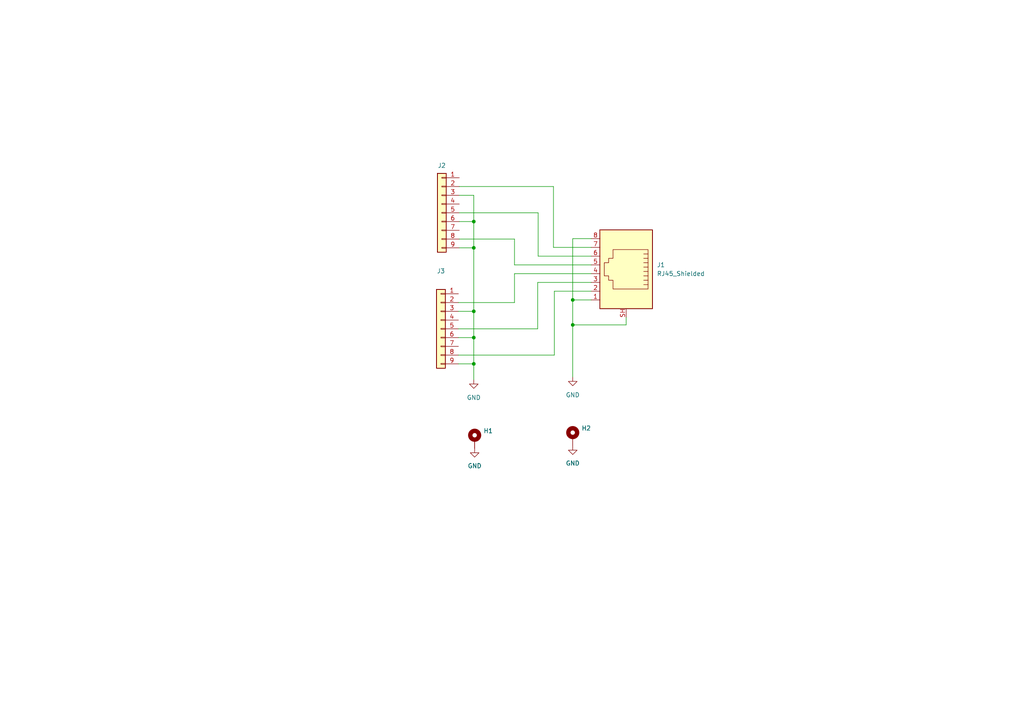
<source format=kicad_sch>
(kicad_sch (version 20230121) (generator eeschema)
  (paper "A4")
  (title_block (title "m0xpd PATCH RJ45 Board") (comment 1 "Published under CC BY-SA 4.0 License") (comment 2 "See: https://github.com/m0xpd/PATCH"))
  (lib_symbols
    (symbol "Connector:RJ45_Shielded" (pin_names (offset 1.016))
      (property "Reference" "J" (at -5.08 13.97 0))
      (property "Value" "RJ45_Shielded" (at 2.54 13.97 0))
      (symbol "RJ45_Shielded_0_1"
        (polyline (pts (xy -5.08 4.445) (xy -6.35 4.445)))
        (polyline (pts (xy -5.08 5.715) (xy -6.35 5.715)))
        (polyline (pts (xy -6.35 -3.175) (xy -5.08 -3.175) (xy -5.08 -3.175)))
        (polyline (pts (xy -6.35 -1.905) (xy -5.08 -1.905) (xy -5.08 -1.905)))
        (polyline (pts (xy -6.35 -0.635) (xy -5.08 -0.635) (xy -5.08 -0.635)))
        (polyline (pts (xy -6.35 0.635) (xy -5.08 0.635) (xy -5.08 0.635)))
        (polyline (pts (xy -6.35 1.905) (xy -5.08 1.905) (xy -5.08 1.905)))
        (polyline (pts (xy -5.08 3.175) (xy -6.35 3.175) (xy -6.35 3.175)))
        (polyline (pts (xy -6.35 -4.445) (xy -6.35 6.985) (xy 3.81 6.985) (xy 3.81 4.445) (xy 5.08 4.445) (xy 5.08 3.175) (xy 6.35 3.175) (xy 6.35 -0.635) (xy 5.08 -0.635) (xy 5.08 -1.905) (xy 3.81 -1.905) (xy 3.81 -4.445) (xy -6.35 -4.445) (xy -6.35 -4.445)))
        (rectangle (start 7.62 12.7) (end -7.62 -10.16) (stroke (width 0.254)) (fill (type background)))
      )
      (symbol "RJ45_Shielded_1_1"
        (pin passive line (at 10.16 -7.62 180) (length 2.54) (name "~") (number "1"))
        (pin passive line (at 10.16 -5.08 180) (length 2.54) (name "~") (number "2"))
        (pin passive line (at 10.16 -2.54 180) (length 2.54) (name "~") (number "3"))
        (pin passive line (at 10.16 0 180) (length 2.54) (name "~") (number "4"))
        (pin passive line (at 10.16 2.54 180) (length 2.54) (name "~") (number "5"))
        (pin passive line (at 10.16 5.08 180) (length 2.54) (name "~") (number "6"))
        (pin passive line (at 10.16 7.62 180) (length 2.54) (name "~") (number "7"))
        (pin passive line (at 10.16 10.16 180) (length 2.54) (name "~") (number "8"))
        (pin passive line (at 0 -12.7 90) (length 2.54) (name "~") (number "SH"))
      )
    )
    (symbol "Connector_Generic:Conn_01x09" (pin_names (offset 1.016) hide)
      (property "Reference" "J" (at 0 12.7 0))
      (property "Value" "Conn_01x09" (at 0 -12.7 0))
      (symbol "Conn_01x09_1_1"
        (rectangle (start -1.27 -10.033) (end 0 -10.287) (stroke (width 0.1524)))
        (rectangle (start -1.27 -7.493) (end 0 -7.747) (stroke (width 0.1524)))
        (rectangle (start -1.27 -4.953) (end 0 -5.207) (stroke (width 0.1524)))
        (rectangle (start -1.27 -2.413) (end 0 -2.667) (stroke (width 0.1524)))
        (rectangle (start -1.27 0.127) (end 0 -0.127) (stroke (width 0.1524)))
        (rectangle (start -1.27 2.667) (end 0 2.413) (stroke (width 0.1524)))
        (rectangle (start -1.27 5.207) (end 0 4.953) (stroke (width 0.1524)))
        (rectangle (start -1.27 7.747) (end 0 7.493) (stroke (width 0.1524)))
        (rectangle (start -1.27 10.287) (end 0 10.033) (stroke (width 0.1524)))
        (rectangle (start -1.27 11.43) (end 1.27 -11.43) (stroke (width 0.254)) (fill (type background)))
        (pin passive line (at -5.08 10.16 0) (length 3.81) (name "Pin_1") (number "1"))
        (pin passive line (at -5.08 7.62 0) (length 3.81) (name "Pin_2") (number "2"))
        (pin passive line (at -5.08 5.08 0) (length 3.81) (name "Pin_3") (number "3"))
        (pin passive line (at -5.08 2.54 0) (length 3.81) (name "Pin_4") (number "4"))
        (pin passive line (at -5.08 0 0) (length 3.81) (name "Pin_5") (number "5"))
        (pin passive line (at -5.08 -2.54 0) (length 3.81) (name "Pin_6") (number "6"))
        (pin passive line (at -5.08 -5.08 0) (length 3.81) (name "Pin_7") (number "7"))
        (pin passive line (at -5.08 -7.62 0) (length 3.81) (name "Pin_8") (number "8"))
        (pin passive line (at -5.08 -10.16 0) (length 3.81) (name "Pin_9") (number "9"))
      )
    )
    (symbol "Mechanical:MountingHole_Pad" (pin_numbers hide) (pin_names (offset 1.016) hide)
      (property "Reference" "H" (at 0 6.35 0))
      (property "Value" "MountingHole_Pad" (at 0 4.445 0))
      (symbol "MountingHole_Pad_0_1"
        (circle (center 0 1.27) (radius 1.27) (stroke (width 1.27)))
      )
      (symbol "MountingHole_Pad_1_1"
        (pin input line (at 0 -2.54 90) (length 2.54) (name "1") (number "1"))
      )
    )
    (symbol "power:GND" (power) (pin_names (offset 0))
      (property "Value" "GND" (at 0 -3.81 0))
      (symbol "GND_0_1"
        (polyline (pts (xy 0 0) (xy 0 -1.27) (xy 1.27 -1.27) (xy 0 -2.54) (xy -1.27 -1.27) (xy 0 -1.27)))
      )
      (symbol "GND_1_1"
        (pin power_in line (at 0 0 270) (length 0) hide (name "GND") (number "1"))
      )
    )
  )
  (junction (at 137.414 64.262))
  (junction (at 137.414 71.882))
  (junction (at 166.116 86.995))
  (junction (at 137.414 105.537))
  (junction (at 137.414 97.917))
  (junction (at 166.116 94.234))
  (junction (at 137.414 90.297))
  (wire (pts (xy 133.223 64.262) (xy 137.414 64.262)))
  (wire (pts (xy 160.782 84.455) (xy 171.45 84.455)))
  (wire (pts (xy 171.45 74.295) (xy 156.083 74.295)))
  (wire (pts (xy 166.116 94.234) (xy 166.116 109.347)))
  (wire (pts (xy 132.969 102.997) (xy 160.782 102.997)))
  (wire (pts (xy 133.223 61.722) (xy 156.083 61.722)))
  (wire (pts (xy 149.225 79.375) (xy 149.225 87.757)))
  (wire (pts (xy 132.969 105.537) (xy 137.414 105.537)))
  (wire (pts (xy 132.969 95.377) (xy 155.956 95.377)))
  (wire (pts (xy 133.223 56.642) (xy 137.414 56.642)))
  (wire (pts (xy 181.61 92.075) (xy 181.61 94.234)))
  (wire (pts (xy 156.083 74.295) (xy 156.083 61.722)))
  (wire (pts (xy 171.45 76.835) (xy 149.225 76.835)))
  (wire (pts (xy 137.414 90.297) (xy 137.414 97.917)))
  (wire (pts (xy 166.116 94.234) (xy 181.61 94.234)))
  (wire (pts (xy 166.116 86.995) (xy 166.116 94.234)))
  (wire (pts (xy 166.116 69.215) (xy 171.45 69.215)))
  (wire (pts (xy 137.414 105.537) (xy 137.414 110.109)))
  (wire (pts (xy 137.414 97.917) (xy 137.414 105.537)))
  (wire (pts (xy 166.116 86.995) (xy 171.45 86.995)))
  (wire (pts (xy 133.223 71.882) (xy 137.414 71.882)))
  (wire (pts (xy 132.969 87.757) (xy 149.225 87.757)))
  (wire (pts (xy 160.782 102.997) (xy 160.782 84.455)))
  (wire (pts (xy 132.969 97.917) (xy 137.414 97.917)))
  (wire (pts (xy 160.528 71.755) (xy 171.45 71.755)))
  (wire (pts (xy 137.414 71.882) (xy 137.414 90.297)))
  (wire (pts (xy 160.528 54.102) (xy 160.528 71.755)))
  (wire (pts (xy 149.225 76.835) (xy 149.225 69.342)))
  (wire (pts (xy 133.223 54.102) (xy 160.528 54.102)))
  (wire (pts (xy 171.45 79.375) (xy 149.225 79.375)))
  (wire (pts (xy 137.414 64.262) (xy 137.414 71.882)))
  (wire (pts (xy 171.45 81.915) (xy 155.956 81.915)))
  (wire (pts (xy 132.969 90.297) (xy 137.414 90.297)))
  (wire (pts (xy 133.223 69.342) (xy 149.225 69.342)))
  (wire (pts (xy 166.116 69.215) (xy 166.116 86.995)))
  (wire (pts (xy 137.414 56.642) (xy 137.414 64.262)))
  (wire (pts (xy 155.956 81.915) (xy 155.956 95.377)))
  (symbol (lib_id "Connector:RJ45_Shielded") (at 181.61 79.375 0) (mirror y) (unit 1)
    (property "Reference" "J1" (at 190.5 76.835 0) (effects (justify right)))
    (property "Value" "RJ45_Shielded" (at 190.5 79.375 0) (effects (justify right)))
    (property "Footprint" "Connector_RJ:RJ45_Ninigi_GE" (effects hide))
  )
  (symbol (lib_id "power:GND") (at 166.116 129.286 0) (unit 1)
    (property "Reference" "#PWR03" (effects hide))
    (property "Value" "GND" (at 166.116 134.366 0))
  )
  (symbol (lib_id "Connector_Generic:Conn_01x09") (at 128.143 61.722 0) (mirror y) (unit 1)
    (property "Reference" "J2" (at 128.143 48.006 0))
    (property "Value" "Conn_01x09" (effects hide))
    (property "Footprint" "Connector_PinHeader_2.54mm:PinHeader_1x09_P2.54mm_Vertical" (effects hide))
  )
  (symbol (lib_id "power:GND") (at 137.414 110.109 0) (unit 1)
    (property "Reference" "#PWR01" (effects hide))
    (property "Value" "GND" (at 137.414 115.316 0))
  )
  (symbol (lib_id "Mechanical:MountingHole_Pad") (at 166.116 126.746 0) (unit 1)
    (property "Reference" "H2" (at 168.656 124.206 0) (effects (justify left)))
    (property "Value" "MountingHole_Pad" (effects hide))
    (property "Footprint" "MountingHole:MountingHole_3.2mm_M3_DIN965_Pad_TopBottom" (effects hide))
  )
  (symbol (lib_id "power:GND") (at 137.668 130.048 0) (unit 1)
    (property "Reference" "#PWR02" (effects hide))
    (property "Value" "GND" (at 137.668 135.128 0))
  )
  (symbol (lib_id "Connector_Generic:Conn_01x09") (at 127.889 95.377 0) (mirror y) (unit 1)
    (property "Reference" "J3" (at 127.889 78.613 0))
    (property "Value" "Conn_01x09" (effects hide))
    (property "Footprint" "Connector_PinHeader_2.54mm:PinHeader_1x09_P2.54mm_Vertical" (effects hide))
  )
  (symbol (lib_id "power:GND") (at 166.116 109.347 0) (unit 1)
    (property "Reference" "#PWR04" (effects hide))
    (property "Value" "GND" (at 166.116 114.554 0))
  )
  (symbol (lib_id "Mechanical:MountingHole_Pad") (at 137.668 127.508 0) (unit 1)
    (property "Reference" "H1" (at 140.208 124.968 0) (effects (justify left)))
    (property "Value" "MountingHole_Pad" (effects hide))
    (property "Footprint" "MountingHole:MountingHole_3.2mm_M3_DIN965_Pad_TopBottom" (effects hide))
  )
)
</source>
